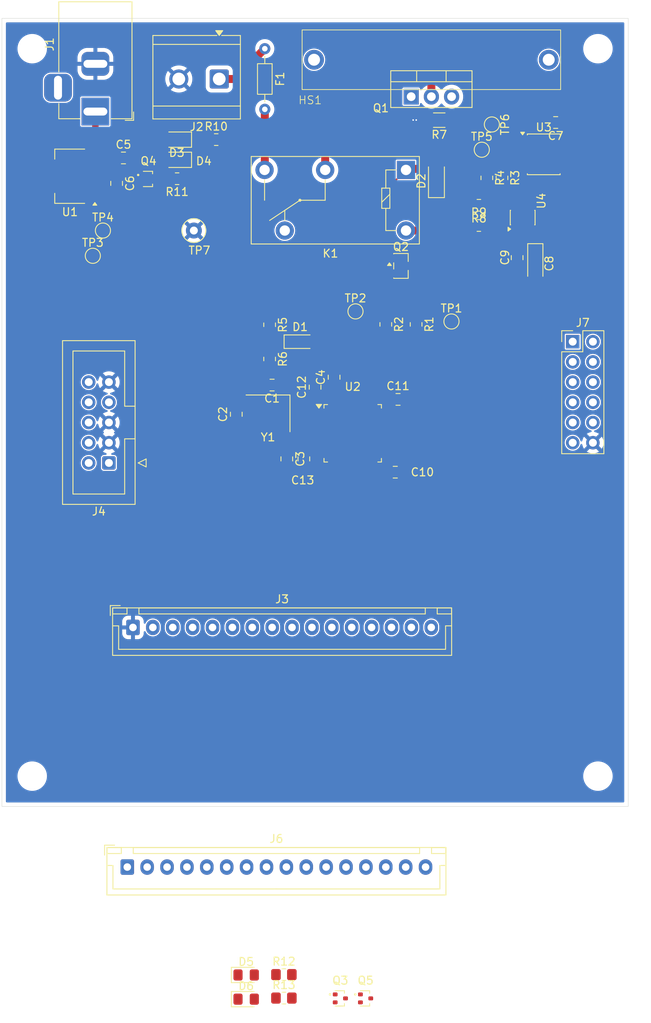
<source format=kicad_pcb>
(kicad_pcb (version 20241229) (generator "pcbnew") (generator_version "9.0")
  (layers (0 "F.Cu" signal) (2 "B.Cu" power) (13 "F.Paste" user) (15 "B.Paste" user) (5 "F.SilkS" user "F.Silkscreen") (7 "B.SilkS" user "B.Silkscreen") (1 "F.Mask" user) (3 "B.Mask" user) (25 "Edge.Cuts" user))
  (net 0 "")
  (net 1 "GND")
  (net 2 "+3.3V")
  (net 3 "+5V")
  (net 4 "/~{RESET}")
  (net 5 "/OSC2")
  (net 6 "/OSC1")
  (net 7 "/D1")
  (net 8 "/D4")
  (net 9 "/E")
  (net 10 "/RS")
  (net 11 "/D0")
  (net 12 "/D5")
  (net 13 "/D6")
  (net 14 "/D2")
  (net 15 "/D7")
  (net 16 "/D3")
  (net 17 "/Vin")
  (net 18 "/SWCLK")
  (net 19 "/SWDIO")
  (net 20 "Net-(Q1-B)")
  (net 21 "/VCC_sense")
  (net 22 "VCC")
  (net 23 "/Vsense")
  (net 24 "/Vctrl")
  (net 25 "Net-(U4-VOUT)")
  (net 26 "/SCL")
  (net 27 "/SDA")
  (net 28 "/EncA")
  (net 29 "/EncSw")
  (net 30 "/EncB")
  (net 31 "/PC15")
  (net 32 "/PC13")
  (net 33 "/PB14")
  (net 34 "Net-(D3-K)")
  (net 35 "/PB12")
  (net 36 "Net-(D4-K)")
  (net 37 "/PB1")
  (net 38 "Net-(D5-K)")
  (net 39 "/PB13")
  (net 40 "/PB15")
  (net 41 "Net-(D6-K)")
  (net 42 "/PA12")
  (net 43 "/PC14")
  (net 44 "/PB7")
  (net 45 "/PB6")
  (net 51 "/Vfuse")
  (net 52 "/OvDetect")
  (net 53 "/LoadEn")
  (net 56 "Net-(D2-A)")
  (net 57 "Net-(R4-Pad2)")
  (net 58 "Net-(R8-Pad2)")
  (net 59 "Net-(Q4-C)")
  (net 60 "Net-(Q3-C)")
  (net 61 "Net-(Q5-C)")
  (footprint "Resistor_SMD:R_0805_2012Metric_Pad1.20x1.40mm_HandSolder" (layer "F.Cu") (at 37.265 70.955 180)
    (property "Reference" "R11" (at 0 -1.65 0) (layer "F.SilkS"))
    (property "Value" "150R")
    (pad "1" smd roundrect (at -1 0 180) (size 1.2 1.4) (layers "F.Cu" "F.Mask" "F.Paste") (roundrect_rratio 0.208333) (net 36 "Net-(D4-K)"))
    (pad "2" smd roundrect (at 1 0 180) (size 1.2 1.4) (layers "F.Cu" "F.Mask" "F.Paste") (roundrect_rratio 0.208333) (net 59 "Net-(Q4-C)"))
  )
  (footprint "Resistor_SMD:R_0805_2012Metric_Pad1.20x1.40mm_HandSolder" (layer "F.Cu") (at 50.69 173.95)
    (property "Reference" "R13" (at 0 -1.65 0) (layer "F.SilkS"))
    (property "Value" "220R")
    (pad "1" smd roundrect (at -1 0) (size 1.2 1.4) (layers "F.Cu" "F.Mask" "F.Paste") (roundrect_rratio 0.208333) (net 41 "Net-(D6-K)"))
    (pad "2" smd roundrect (at 1 0) (size 1.2 1.4) (layers "F.Cu" "F.Mask" "F.Paste") (roundrect_rratio 0.208333) (net 61 "Net-(Q5-C)"))
  )
  (footprint "Capacitor_SMD:C_0805_2012Metric_Pad1.18x1.45mm_HandSolder" (layer "F.Cu") (at 29.6595 71.539 -90)
    (property "Reference" "C6" (at 0 -1.68 90) (layer "F.SilkS"))
    (property "Value" "100nF")
    (pad "1" smd roundrect (at -1.0375 0 270) (size 1.175 1.45) (layers "F.Cu" "F.Mask" "F.Paste") (roundrect_rratio 0.212766) (net 2 "+3.3V"))
    (pad "2" smd roundrect (at 1.0375 0 270) (size 1.175 1.45) (layers "F.Cu" "F.Mask" "F.Paste") (roundrect_rratio 0.212766) (net 1 "GND"))
  )
  (footprint "TestPoint:TestPoint_Pad_D1.5mm" (layer "F.Cu") (at 75.565 67.31)
    (property "Reference" "TP5" (at 0 -1.648 0) (layer "F.SilkS"))
    (property "Value" "TestPoint")
    (pad "1" smd circle (at 0 0) (size 1.5 1.5) (layers "F.Cu" "F.Mask") (net 24 "/Vctrl"))
  )
  (footprint "Connector_PinHeader_2.54mm:PinHeader_2x06_P2.54mm_Vertical" (layer "F.Cu") (at 86.995 91.44)
    (property "Reference" "J7" (at 1.27 -2.38 0) (layer "F.SilkS"))
    (property "Value" "Conn_02x06_Odd_Even")
    (pad "1" thru_hole rect (at 0 0) (size 1.7 1.7) (drill 1) (layers "*.Cu" "*.Mask") (net 43 "/PC14"))
    (pad "2" thru_hole circle (at 2.54 0) (size 1.7 1.7) (drill 1) (layers "*.Cu" "*.Mask") (net 31 "/PC15"))
    (pad "3" thru_hole circle (at 0 2.54) (size 1.7 1.7) (drill 1) (layers "*.Cu" "*.Mask") (net 44 "/PB7"))
    (pad "4" thru_hole circle (at 2.54 2.54) (size 1.7 1.7) (drill 1) (layers "*.Cu" "*.Mask") (net 32 "/PC13"))
    (pad "5" thru_hole circle (at 0 5.08) (size 1.7 1.7) (drill 1) (layers "*.Cu" "*.Mask") (net 42 "/PA12"))
    (pad "6" thru_hole circle (at 2.54 5.08) (size 1.7 1.7) (drill 1) (layers "*.Cu" "*.Mask") (net 45 "/PB6"))
    (pad "7" thru_hole circle (at 0 7.62) (size 1.7 1.7) (drill 1) (layers "*.Cu" "*.Mask") (net 33 "/PB14"))
    (pad "8" thru_hole circle (at 2.54 7.62) (size 1.7 1.7) (drill 1) (layers "*.Cu" "*.Mask") (net 40 "/PB15"))
    (pad "9" thru_hole circle (at 0 10.16) (size 1.7 1.7) (drill 1) (layers "*.Cu" "*.Mask") (net 35 "/PB12"))
    (pad "10" thru_hole circle (at 2.54 10.16) (size 1.7 1.7) (drill 1) (layers "*.Cu" "*.Mask") (net 39 "/PB13"))
    (pad "11" thru_hole circle (at 0 12.7) (size 1.7 1.7) (drill 1) (layers "*.Cu" "*.Mask") (net 37 "/PB1"))
    (pad "12" thru_hole circle (at 2.54 12.7) (size 1.7 1.7) (drill 1) (layers "*.Cu" "*.Mask") (net 1 "GND"))
  )
  (footprint "Connector_IDC:IDC-Header_2x05_P2.54mm_Vertical" (layer "F.Cu") (at 28.6925 106.68 180)
    (property "Reference" "J4" (at 1.27 -6.1 0) (layer "F.SilkS"))
    (property "Value" "SWD Header")
    (pad "1" thru_hole roundrect (at 0 0 180) (size 1.7 1.7) (drill 1) (layers "*.Cu" "*.Mask") (roundrect_rratio 0.147059) (net 2 "+3.3V"))
    (pad "2" thru_hole circle (at 2.54 0 180) (size 1.7 1.7) (drill 1) (layers "*.Cu" "*.Mask") (net 19 "/SWDIO"))
    (pad "3" thru_hole circle (at 0 2.54 180) (size 1.7 1.7) (drill 1) (layers "*.Cu" "*.Mask") (net 1 "GND"))
    (pad "4" thru_hole circle (at 2.54 2.54 180) (size 1.7 1.7) (drill 1) (layers "*.Cu" "*.Mask") (net 18 "/SWCLK"))
    (pad "5" thru_hole circle (at 0 5.08 180) (size 1.7 1.7) (drill 1) (layers "*.Cu" "*.Mask") (net 1 "GND"))
    (pad "6" thru_hole circle (at 2.54 5.08 180) (size 1.7 1.7) (drill 1) (layers "*.Cu" "*.Mask"))
    (pad "7" thru_hole circle (at 0 7.62 180) (size 1.7 1.7) (drill 1) (layers "*.Cu" "*.Mask"))
    (pad "8" thru_hole circle (at 2.54 7.62 180) (size 1.7 1.7) (drill 1) (layers "*.Cu" "*.Mask"))
    (pad "9" thru_hole circle (at 0 10.16 180) (size 1.7 1.7) (drill 1) (layers "*.Cu" "*.Mask") (net 1 "GND"))
    (pad "10" thru_hole circle (at 2.54 10.16 180) (size 1.7 1.7) (drill 1) (layers "*.Cu" "*.Mask") (net 4 "/~{RESET}"))
  )
  (footprint "Resistor_SMD:R_0805_2012Metric_Pad1.20x1.40mm_HandSolder" (layer "F.Cu") (at 78.105 70.85 -90)
    (property "Reference" "R3" (at 0 -1.65 90) (layer "F.SilkS"))
    (property "Value" "10K")
    (pad "1" smd roundrect (at -1 0 270) (size 1.2 1.4) (layers "F.Cu" "F.Mask" "F.Paste") (roundrect_rratio 0.208333) (net 24 "/Vctrl"))
    (pad "2" smd roundrect (at 1 0 270) (size 1.2 1.4) (layers "F.Cu" "F.Mask" "F.Paste") (roundrect_rratio 0.208333) (net 1 "GND"))
  )
  (footprint "TerminalBlock_CUI:TerminalBlock_CUI_TB007-508-02_1x02_P5.08mm_Horizontal" (layer "F.Cu") (at 42.56 58.42 180)
    (property "Reference" "J2" (at 2.84 -6.02 180) (layer "F.SilkS"))
    (property "Value" "Input")
    (pad "1" thru_hole roundrect (at 0 0 180) (size 2.4 2.4) (drill 1.6) (layers "*.Cu" "*.Mask") (roundrect_rratio 0.104167) (net 17 "/Vin"))
    (pad "2" thru_hole circle (at 5.08 0 180) (size 2.4 2.4) (drill 1.6) (layers "*.Cu" "*.Mask") (net 1 "GND"))
  )
  (footprint "eload:XSD1226-362" (layer "F.Cu") (at 69.23 56)
    (property "Reference" "HS1" (at -15.24 5.08 0) (layer "F.SilkS") (effects (font (thickness 0.1))))
    (property "Value" "Heatsink")
    (pad "" np_thru_hole circle (at -14.75 0) (size 2.5 2.5) (drill 1.5) (layers "*.Cu" "*.Mask"))
    (pad "" np_thru_hole circle (at 14.75 0) (size 2.5 2.5) (drill 1.5) (layers "*.Cu" "*.Mask"))
  )
  (footprint "Package_TO_SOT_SMD:SOT-23-3" (layer "F.Cu") (at 65.405 81.915)
    (property "Reference" "Q2" (at 0 -2.4 0) (layer "F.SilkS"))
    (property "Value" "HL 40N05")
    (pad "1" smd roundrect (at -1.1375 -0.95) (size 1.325 0.6) (layers "F.Cu" "F.Mask" "F.Paste") (net 56 "Net-(D2-A)"))
    (pad "2" smd roundrect (at -1.1375 0.95) (size 1.325 0.6) (layers "F.Cu" "F.Mask" "F.Paste") (net 53 "/LoadEn"))
    (pad "3" smd roundrect (at 1.1375 0) (size 1.325 0.6) (layers "F.Cu" "F.Mask" "F.Paste") (net 1 "GND"))
  )
  (footprint "MountingHole:MountingHole_3.2mm_M3_DIN965" (layer "F.Cu") (at 90.17 54.61)
    (property "Reference" "H2" (hide yes))
    (property "Value" "MountingHole" (hide yes))
    (pad "" np_thru_hole circle (at 0 0) (size 3.2 3.2) (drill 3.2) (layers "*.Cu" "*.Mask"))
  )
  (footprint "Resistor_SMD:R_0805_2012Metric_Pad1.20x1.40mm_HandSolder" (layer "F.Cu") (at 48.895 89.313 -90)
    (property "Reference" "R5" (at 0 -1.65 90) (layer "F.SilkS"))
    (property "Value" "40K")
    (pad "1" smd roundrect (at -1 0 270) (size 1.2 1.4) (layers "F.Cu" "F.Mask" "F.Paste") (roundrect_rratio 0.208333) (net 22 "VCC"))
    (pad "2" smd roundrect (at 1 0 270) (size 1.2 1.4) (layers "F.Cu" "F.Mask" "F.Paste") (roundrect_rratio 0.208333) (net 23 "/Vsense"))
  )
  (footprint "Connector_JST:JST_XH_B16B-XH-A_1x16_P2.50mm_Vertical" (layer "F.Cu") (at 31 157.48)
    (property "Reference" "J6" (at 18.75 -3.55 0) (layer "F.SilkS"))
    (property "Value" "JST Header")
    (pad "1" thru_hole roundrect (at 0 0) (size 1.7 1.95) (drill 0.95) (layers "*.Cu" "*.Mask") (roundrect_rratio 0.147059) (net 1 "GND"))
    (pad "2" thru_hole oval (at 2.5 0) (size 1.7 1.95) (drill 0.95) (layers "*.Cu" "*.Mask") (net 30 "/EncB"))
    (pad "3" thru_hole oval (at 5 0) (size 1.7 1.95) (drill 0.95) (layers "*.Cu" "*.Mask") (net 28 "/EncA"))
    (pad "4" thru_hole oval (at 7.5 0) (size 1.7 1.95) (drill 0.95) (layers "*.Cu" "*.Mask") (net 29 "/EncSw"))
    (pad "5" thru_hole oval (at 10 0) (size 1.7 1.95) (drill 0.95) (layers "*.Cu" "*.Mask"))
    (pad "6" thru_hole oval (at 12.5 0) (size 1.7 1.95) (drill 0.95) (layers "*.Cu" "*.Mask") (net 52 "/OvDetect"))
    (pad "7" thru_hole oval (at 15 0) (size 1.7 1.95) (drill 0.95) (layers "*.Cu" "*.Mask") (net 53 "/LoadEn"))
    (pad "8" thru_hole oval (at 17.5 0) (size 1.7 1.95) (drill 0.95) (layers "*.Cu" "*.Mask") (net 10 "/RS"))
    (pad "9" thru_hole oval (at 20 0) (size 1.7 1.95) (drill 0.95) (layers "*.Cu" "*.Mask") (net 9 "/E"))
    (pad "10" thru_hole oval (at 22.5 0) (size 1.7 1.95) (drill 0.95) (layers "*.Cu" "*.Mask") (net 11 "/D0"))
    (pad "11" thru_hole oval (at 25 0) (size 1.7 1.95) (drill 0.95) (layers "*.Cu" "*.Mask") (net 7 "/D1"))
    (pad "12" thru_hole oval (at 27.5 0) (size 1.7 1.95) (drill 0.95) (layers "*.Cu" "*.Mask") (net 14 "/D2"))
    (pad "13" thru_hole oval (at 30 0) (size 1.7 1.95) (drill 0.95) (layers "*.Cu" "*.Mask") (net 16 "/D3"))
    (pad "14" thru_hole oval (at 32.5 0) (size 1.7 1.95) (drill 0.95) (layers "*.Cu" "*.Mask") (net 8 "/D4"))
    (pad "15" thru_hole oval (at 35 0) (size 1.7 1.95) (drill 0.95) (layers "*.Cu" "*.Mask") (net 12 "/D5"))
    (pad "16" thru_hole oval (at 37.5 0) (size 1.7 1.95) (drill 0.95) (layers "*.Cu" "*.Mask") (net 13 "/D6"))
  )
  (footprint "LED_SMD:LED_0805_2012Metric_Pad1.15x1.40mm_HandSolder" (layer "F.Cu") (at 37.22 66.04 180)
    (property "Reference" "D3" (at 0 -1.65 0) (layer "F.SilkS"))
    (property "Value" "17-215/GHC-YR1S2/4T")
    (pad "1" smd roundrect (at -1.025 0 180) (size 1.15 1.4) (layers "F.Cu" "F.Mask" "F.Paste") (roundrect_rratio 0.217391) (net 34 "Net-(D3-K)"))
    (pad "2" smd roundrect (at 1.025 0 180) (size 1.15 1.4) (layers "F.Cu" "F.Mask" "F.Paste") (roundrect_rratio 0.217391) (net 3 "+5V"))
  )
  (footprint "Package_TO_SOT_THT:TO-220-3_Vertical" (layer "F.Cu") (at 66.69 60.64)
    (property "Reference" "Q1" (at -3.81 1.446 0) (layer "F.SilkS"))
    (property "Value" "TIP122")
    (pad "1" thru_hole rect (at 0 0) (size 1.905 2) (drill 1.1) (layers "*.Cu" "*.Mask") (net 20 "Net-(Q1-B)"))
    (pad "2" thru_hole oval (at 2.54 0) (size 1.905 2) (drill 1.1) (layers "*.Cu" "*.Mask") (net 22 "VCC"))
    (pad "3" thru_hole oval (at 5.08 0) (size 1.905 2) (drill 1.1) (layers "*.Cu" "*.Mask") (net 21 "/VCC_sense"))
  )
  (footprint "Capacitor_SMD:C_0805_2012Metric_Pad1.18x1.45mm_HandSolder" (layer "F.Cu") (at 80.01 80.8775 -90)
    (property "Reference" "C9" (at -0.0215 1.524 90) (layer "F.SilkS"))
    (property "Value" "100nF")
    (pad "1" smd roundrect (at -1.0375 0 270) (size 1.175 1.45) (layers "F.Cu" "F.Mask" "F.Paste") (roundrect_rratio 0.212766) (net 2 "+3.3V"))
    (pad "2" smd roundrect (at 1.0375 0 270) (size 1.175 1.45) (layers "F.Cu" "F.Mask" "F.Paste") (roundrect_rratio 0.212766) (net 1 "GND"))
  )
  (footprint "LED_SMD:LED_0805_2012Metric_Pad1.15x1.40mm_HandSolder" (layer "F.Cu") (at 37.22 68.58 180)
    (property "Reference" "D4" (at -3.4 -0.165 0) (layer "F.SilkS"))
    (property "Value" "17-215/GHC-YR1S2/4T")
    (pad "1" smd roundrect (at -1.025 0 180) (size 1.15 1.4) (layers "F.Cu" "F.Mask" "F.Paste") (roundrect_rratio 0.217391) (net 36 "Net-(D4-K)"))
    (pad "2" smd roundrect (at 1.025 0 180) (size 1.15 1.4) (layers "F.Cu" "F.Mask" "F.Paste") (roundrect_rratio 0.217391) (net 3 "+5V"))
  )
  (footprint "TestPoint:TestPoint_Pad_D1.5mm" (layer "F.Cu") (at 27.94 77.47)
    (property "Reference" "TP4" (at 0 -1.648 0) (layer "F.SilkS"))
    (property "Value" "TestPoint")
    (pad "1" smd circle (at 0 0) (size 1.5 1.5) (layers "F.Cu" "F.Mask") (net 2 "+3.3V"))
  )
  (footprint "Relay_THT:Relay_SPDT_Omron-G5Q-1" (layer "F.Cu") (at 66.04 69.85 180)
    (property "Reference" "K1" (at 9.5 -10.5 0) (layer "F.SilkS"))
    (property "Value" "G5Q-1")
    (pad "1" thru_hole rect (at 0 0) (size 2.3 2.3) (drill 1.3) (layers "*.Cu" "*.Mask") (net 56 "Net-(D2-A)"))
    (pad "2" thru_hole circle (at 10.16 0) (size 2.3 2.3) (drill 1.3) (layers "*.Cu" "*.Mask") (net 22 "VCC"))
    (pad "3" thru_hole circle (at 17.78 0) (size 2.3 2.3) (drill 1.3) (layers "*.Cu" "*.Mask") (net 51 "/Vfuse"))
    (pad "4" thru_hole circle (at 15.24 -7.62) (size 2.3 2.3) (drill 1.3) (layers "*.Cu" "*.Mask"))
    (pad "5" thru_hole circle (at 0 -7.62) (size 2.3 2.3) (drill 1.3) (layers "*.Cu" "*.Mask") (net 3 "+5V"))
  )
  (footprint "Resistor_SMD:R_1206_3216Metric_Pad1.30x1.75mm_HandSolder" (layer "F.Cu") (at 70.22 63.592 180)
    (property "Reference" "R7" (at 0 -1.83 0) (layer "F.SilkS"))
    (property "Value" "0.1R")
    (pad "1" smd roundrect (at -1.55 0 180) (size 1.3 1.75) (layers "F.Cu" "F.Mask" "F.Paste") (roundrect_rratio 0.192308) (net 21 "/VCC_sense"))
    (pad "2" smd roundrect (at 1.55 0 180) (size 1.3 1.75) (layers "F.Cu" "F.Mask" "F.Paste") (roundrect_rratio 0.192308) (net 1 "GND"))
  )
  (footprint "Capacitor_SMD:C_0805_2012Metric_Pad1.18x1.45mm_HandSolder" (layer "F.Cu") (at 54.61 97.155 90)
    (property "Reference" "C12" (at 0 -1.68 90) (layer "F.SilkS"))
    (property "Value" "100nF")
    (pad "1" smd roundrect (at -1.0375 0 90) (size 1.175 1.45) (layers "F.Cu" "F.Mask" "F.Paste") (roundrect_rratio 0.212766) (net 2 "+3.3V"))
    (pad "2" smd roundrect (at 1.0375 0 90) (size 1.175 1.45) (layers "F.Cu" "F.Mask" "F.Paste") (roundrect_rratio 0.212766) (net 1 "GND"))
  )
  (footprint "Resistor_SMD:R_0805_2012Metric_Pad1.20x1.40mm_HandSolder" (layer "F.Cu") (at 63.5 89.265 -90)
    (property "Reference" "R2" (at 0 -1.65 90) (layer "F.SilkS"))
    (property "Value" "10K")
    (pad "1" smd roundrect (at -1 0 270) (size 1.2 1.4) (layers "F.Cu" "F.Mask" "F.Paste") (roundrect_rratio 0.208333) (net 2 "+3.3V"))
    (pad "2" smd roundrect (at 1 0 270) (size 1.2 1.4) (layers "F.Cu" "F.Mask" "F.Paste") (roundrect_rratio 0.208333) (net 27 "/SDA"))
  )
  (footprint "Capacitor_SMD:C_0805_2012Metric_Pad1.18x1.45mm_HandSolder" (layer "F.Cu") (at 30.52 68.343)
    (property "Reference" "C5" (at 0 -1.68 0) (layer "F.SilkS"))
    (property "Value" "100nF")
    (pad "1" smd roundrect (at -1.0375 0) (size 1.175 1.45) (layers "F.Cu" "F.Mask" "F.Paste") (roundrect_rratio 0.212766) (net 3 "+5V"))
    (pad "2" smd roundrect (at 1.0375 0) (size 1.175 1.45) (layers "F.Cu" "F.Mask" "F.Paste") (roundrect_rratio 0.212766) (net 1 "GND"))
  )
  (footprint "Resistor_SMD:R_0805_2012Metric_Pad1.20x1.40mm_HandSolder" (layer "F.Cu") (at 76.2 70.85 -90)
    (property "Reference" "R4" (at 0 -1.65 90) (layer "F.SilkS"))
    (property "Value" "10K")
    (pad "1" smd roundrect (at -1 0 270) (size 1.2 1.4) (layers "F.Cu" "F.Mask" "F.Paste") (roundrect_rratio 0.208333) (net 24 "/Vctrl"))
    (pad "2" smd roundrect (at 1 0 270) (size 1.2 1.4) (layers "F.Cu" "F.Mask" "F.Paste") (roundrect_rratio 0.208333) (net 57 "Net-(R4-Pad2)"))
  )
  (footprint "Capacitor_Tantalum_SMD:CP_EIA-3216-18_Kemet-A_HandSolder" (layer "F.Cu") (at 82.296 81.618 -90)
    (property "Reference" "C8" (at 0 -1.75 90) (layer "F.SilkS"))
    (property "Value" "10uF")
    (pad "1" smd roundrect (at -1.44 0 270) (size 1.59 1.39) (layers "F.Cu" "F.Mask" "F.Paste") (roundrect_rratio 0.179856) (net 2 "+3.3V"))
    (pad "2" smd roundrect (at 1.44 0 270) (size 1.59 1.39) (layers "F.Cu" "F.Mask" "F.Paste") (roundrect_rratio 0.179856) (net 1 "GND"))
  )
  (footprint "Capacitor_SMD:C_0805_2012Metric_Pad1.18x1.45mm_HandSolder" (layer "F.Cu") (at 84.855 63.89 180)
    (property "Reference" "C7" (at 0 -1.68 0) (layer "F.SilkS"))
    (property "Value" "100nF")
    (pad "1" smd roundrect (at -1.0375 0 180) (size 1.175 1.45) (layers "F.Cu" "F.Mask" "F.Paste") (roundrect_rratio 0.212766) (net 3 "+5V"))
    (pad "2" smd roundrect (at 1.0375 0 180) (size 1.175 1.45) (layers "F.Cu" "F.Mask" "F.Paste") (roundrect_rratio 0.212766) (net 1 "GND"))
  )
  (footprint "Package_TO_SOT_SMD:SOT-223" (layer "F.Cu") (at 23.7925 70.643 180)
    (property "Reference" "U1" (at 0 -4.5 0) (layer "F.SilkS"))
    (property "Value" "LM1117DT-3.3")
    (pad "1" smd roundrect (at -3.15 -2.3 180) (size 2 1.5) (layers "F.Cu" "F.Mask" "F.Paste") (net 1 "GND"))
    (pad "2" smd roundrect (at -3.15 0 180) (size 2 1.5) (layers "F.Cu" "F.Mask" "F.Paste") (net 2 "+3.3V"))
    (pad "3" smd roundrect (at -3.15 2.3 180) (size 2 1.5) (layers "F.Cu" "F.Mask" "F.Paste") (net 3 "+5V"))
    (pad "4" smd roundrect (at 3.15 0 180) (size 2 3.8) (layers "F.Cu" "F.Mask" "F.Paste"))
  )
  (footprint "Package_TO_SOT_SMD:SOT-23-6" (layer "F.Cu") (at 80.706 75.8405 90)
    (property "Reference" "U4" (at 2.0965 2.352 90) (layer "F.SilkS"))
    (property "Value" "MCP4725")
    (pad "1" smd roundrect (at -1.1375 -0.95 90) (size 1.325 0.6) (layers "F.Cu" "F.Mask" "F.Paste") (net 25 "Net-(U4-VOUT)"))
    (pad "2" smd roundrect (at -1.1375 0 90) (size 1.325 0.6) (layers "F.Cu" "F.Mask" "F.Paste") (net 1 "GND"))
    (pad "3" smd roundrect (at -1.1375 0.95 90) (size 1.325 0.6) (layers "F.Cu" "F.Mask" "F.Paste") (net 2 "+3.3V"))
    (pad "4" smd roundrect (at 1.1375 0.95 90) (size 1.325 0.6) (layers "F.Cu" "F.Mask" "F.Paste") (net 27 "/SDA"))
    (pad "5" smd roundrect (at 1.1375 0 90) (size 1.325 0.6) (layers "F.Cu" "F.Mask" "F.Paste") (net 26 "/SCL"))
    (pad "6" smd roundrect (at 1.1375 -0.95 90) (size 1.325 0.6) (layers "F.Cu" "F.Mask" "F.Paste") (net 1 "GND"))
  )
  (footprint "TestPoint:TestPoint_Pad_D1.5mm" (layer "F.Cu") (at 59.69 87.63)
    (property "Reference" "TP2" (at 0 -1.648 0) (layer "F.SilkS"))
    (property "Value" "TestPoint")
    (pad "1" smd circle (at 0 0) (size 1.5 1.5) (layers "F.Cu" "F.Mask") (net 27 "/SDA"))
  )
  (footprint "Resistor_SMD:R_0805_2012Metric_Pad1.20x1.40mm_HandSolder" (layer "F.Cu") (at 50.69 171)
    (property "Reference" "R12" (at 0 -1.65 0) (layer "F.SilkS"))
    (property "Value" "220R")
    (pad "1" smd roundrect (at -1 0) (size 1.2 1.4) (layers "F.Cu" "F.Mask" "F.Paste") (roundrect_rratio 0.208333) (net 38 "Net-(D5-K)"))
    (pad "2" smd roundrect (at 1 0) (size 1.2 1.4) (layers "F.Cu" "F.Mask" "F.Paste") (roundrect_rratio 0.208333) (net 60 "Net-(Q3-C)"))
  )
  (footprint "Crystal:Crystal_SMD_3225-4Pin_3.2x2.5mm_HandSoldering" (layer "F.Cu") (at 48.694 100.45 180)
    (property "Reference" "Y1" (at 0 -3 0) (layer "F.SilkS"))
    (property "Value" "16MHz")
    (pad "1" smd roundrect (at -1.45 1.15 180) (size 2.1 1.8) (layers "F.Cu" "F.Mask" "F.Paste") (roundrect_rratio 0.138889) (net 6 "/OSC1"))
    (pad "2" smd roundrect (at 1.45 1.15 180) (size 2.1 1.8) (layers "F.Cu" "F.Mask" "F.Paste") (roundrect_rratio 0.138889) (net 1 "GND"))
    (pad "3" smd roundrect (at 1.45 -1.15 180) (size 2.1 1.8) (layers "F.Cu" "F.Mask" "F.Paste") (roundrect_rratio 0.138889) (net 5 "/OSC2"))
    (pad "4" smd roundrect (at -1.45 -1.15 180) (size 2.1 1.8) (layers "F.Cu" "F.Mask" "F.Paste") (roundrect_rratio 0.138889) (net 1 "GND"))
  )
  (footprint "Capacitor_SMD:C_0805_2012Metric_Pad1.18x1.45mm_HandSolder" (layer "F.Cu") (at 65.0375 98.694)
    (property "Reference" "C11" (at 0 -1.68 0) (layer "F.SilkS"))
    (property "Value" "100nF")
    (pad "1" smd roundrect (at -1.0375 0) (size 1.175 1.45) (layers "F.Cu" "F.Mask" "F.Paste") (roundrect_rratio 0.212766) (net 2 "+3.3V"))
    (pad "2" smd roundrect (at 1.0375 0) (size 1.175 1.45) (layers "F.Cu" "F.Mask" "F.Paste") (roundrect_rratio 0.212766) (net 1 "GND"))
  )
  (footprint "Resistor_SMD:R_0805_2012Metric_Pad1.20x1.40mm_HandSolder" (layer "F.Cu") (at 75.2 76.835)
    (property "Reference" "R9" (at 0 -1.65 0) (layer "F.SilkS"))
    (property "Value" "40K")
    (pad "1" smd roundrect (at -1 0) (size 1.2 1.4) (layers "F.Cu" "F.Mask" "F.Paste") (roundrect_rratio 0.208333) (net 58 "Net-(R8-Pad2)"))
    (pad "2" smd roundrect (at 1 0) (size 1.2 1.4) (layers "F.Cu" "F.Mask" "F.Paste") (roundrect_rratio 0.208333) (net 25 "Net-(U4-VOUT)"))
  )
  (footprint "Capacitor_SMD:C_0805_2012Metric_Pad1.18x1.45mm_HandSolder" (layer "F.Cu") (at 49.202 96.894 180)
    (property "Reference" "C1" (at 0 -1.68 0) (layer "F.SilkS"))
    (property "Value" "20pF")
    (pad "1" smd roundrect (at -1.0375 0 180) (size 1.175 1.45) (layers "F.Cu" "F.Mask" "F.Paste") (roundrect_rratio 0.212766) (net 6 "/OSC1"))
    (pad "2" smd roundrect (at 1.0375 0 180) (size 1.175 1.45) (layers "F.Cu" "F.Mask" "F.Paste") (roundrect_rratio 0.212766) (net 1 "GND"))
  )
  (footprint "TestPoint:TestPoint_Pad_D1.5mm" (layer "F.Cu") (at 26.67 80.645)
    (property "Reference" "TP3" (at 0 -1.648 0) (layer "F.SilkS"))
    (property "Value" "TestPoint")
    (pad "1" smd circle (at 0 0) (size 1.5 1.5) (layers "F.Cu" "F.Mask") (net 3 "+5V"))
  )
  (footprint "Connector_JST:JST_XH_B16B-XH-A_1x16_P2.50mm_Vertical" (layer "F.Cu") (at 31.715 127.36)
    (property "Reference" "J3" (at 18.75 -3.55 0) (layer "F.SilkS"))
    (property "Value" "JST Header")
    (pad "1" thru_hole roundrect (at 0 0) (size 1.7 1.95) (drill 0.95) (layers "*.Cu" "*.Mask") (roundrect_rratio 0.147059) (net 1 "GND"))
    (pad "2" thru_hole oval (at 2.5 0) (size 1.7 1.95) (drill 0.95) (layers "*.Cu" "*.Mask") (net 30 "/EncB"))
    (pad "3" thru_hole oval (at 5 0) (size 1.7 1.95) (drill 0.95) (layers "*.Cu" "*.Mask") (net 28 "/EncA"))
    (pad "4" thru_hole oval (at 7.5 0) (size 1.7 1.95) (drill 0.95) (layers "*.Cu" "*.Mask") (net 29 "/EncSw"))
    (pad "5" thru_hole oval (at 10 0) (size 1.7 1.95) (drill 0.95) (layers "*.Cu" "*.Mask"))
    (pad "6" thru_hole oval (at 12.5 0) (size 1.7 1.95) (drill 0.95) (layers "*.Cu" "*.Mask") (net 52 "/OvDetect"))
    (pad "7" thru_hole oval (at 15 0) (size 1.7 1.95) (drill 0.95) (layers "*.Cu" "*.Mask") (net 53 "/LoadEn"))
    (pad "8" thru_hole oval (at 17.5 0) (size 1.7 1.95) (drill 0.95) (layers "*.Cu" "*.Mask") (net 10 "/RS"))
    (pad "9" thru_hole oval (at 20 0) (size 1.7 1.95) (drill 0.95) (layers "*.Cu" "*.Mask") (net 9 "/E"))
    (pad "10" thru_hole oval (at 22.5 0) (size 1.7 1.95) (drill 0.95) (layers "*.Cu" "*.Mask") (net 11 "/D0"))
    (pad "11" thru_hole oval (at 25 0) (size 1.7 1.95) (drill 0.95) (layers "*.Cu" "*.Mask") (net 7 "/D1"))
    (pad "12" thru_hole oval (at 27.5 0) (size 1.7 1.95) (drill 0.95) (layers "*.Cu" "*.Mask") (net 14 "/D2"))
    (pad "13" thru_hole oval (at 30 0) (size 1.7 1.95) (drill 0.95) (layers "*.Cu" "*.Mask") (net 16 "/D3"))
    (pad "14" thru_hole oval (at 32.5 0) (size 1.7 1.95) (drill 0.95) (layers "*.Cu" "*.Mask") (net 8 "/D4"))
    (pad "15" thru_hole oval (at 35 0) (size 1.7 1.95) (drill 0.95) (layers "*.Cu" "*.Mask") (net 12 "/D5"))
    (pad "16" thru_hole oval (at 37.5 0) (size 1.7 1.95) (drill 0.95) (layers "*.Cu" "*.Mask") (net 13 "/D6"))
  )
  (footprint "Package_TO_SOT_SMD:SOT-416" (layer "F.Cu") (at 60.96 173.99)
    (property "Reference" "Q5" (at 0 -2.25 0) (layer "F.SilkS"))
    (property "Value" "DTC043Z")
    (pad "1" smd roundrect (at -0.65 -0.5) (size 0.6 0.5) (layers "F.Cu" "F.Mask" "F.Paste") (net 53 "/LoadEn"))
    (pad "2" smd roundrect (at -0.65 0.5) (size 0.6 0.5) (layers "F.Cu" "F.Mask" "F.Paste") (net 1 "GND"))
    (pad "3" smd roundrect (at 0.65 0) (size 0.6 0.5) (layers "F.Cu" "F.Mask" "F.Paste") (net 61 "Net-(Q5-C)"))
  )
  (footprint "Package_SO:JEITA_SOIC-8_3.9x4.9mm_P1.27mm" (layer "F.Cu") (at 83.355 67.89)
    (property "Reference" "U3" (at 0 -3.4 0) (layer "F.SilkS"))
    (property "Value" "AD8629")
    (pad "1" smd roundrect (at -2.65 -1.905) (size 1.5 0.55) (layers "F.Cu" "F.Mask" "F.Paste") (net 20 "Net-(Q1-B)"))
    (pad "2" smd roundrect (at -2.65 -0.635) (size 1.5 0.55) (layers "F.Cu" "F.Mask" "F.Paste") (net 21 "/VCC_sense"))
    (pad "3" smd roundrect (at -2.65 0.635) (size 1.5 0.55) (layers "F.Cu" "F.Mask" "F.Paste") (net 24 "/Vctrl"))
    (pad "4" smd roundrect (at -2.65 1.905) (size 1.5 0.55) (layers "F.Cu" "F.Mask" "F.Paste") (net 1 "GND"))
    (pad "5" smd roundrect (at 2.65 1.905) (size 1.5 0.55) (layers "F.Cu" "F.Mask" "F.Paste"))
    (pad "6" smd roundrect (at 2.65 0.635) (size 1.5 0.55) (layers "F.Cu" "F.Mask" "F.Paste"))
    (pad "7" smd roundrect (at 2.65 -0.635) (size 1.5 0.55) (layers "F.Cu" "F.Mask" "F.Paste"))
    (pad "8" smd roundrect (at 2.65 -1.905) (size 1.5 0.55) (layers "F.Cu" "F.Mask" "F.Paste") (net 3 "+5V"))
  )
  (footprint "MountingHole:MountingHole_3.2mm_M3_DIN965" (layer "F.Cu") (at 19.05 146.05)
    (property "Reference" "H3" (hide yes))
    (property "Value" "MountingHole" (hide yes))
    (pad "" np_thru_hole circle (at 0 0) (size 3.2 3.2) (drill 3.2) (layers "*.Cu" "*.Mask"))
  )
  (footprint "TestPoint:TestPoint_Loop_D1.80mm_Drill1.0mm_Beaded" (layer "F.Cu") (at 39.37 77.47)
    (property "Reference" "TP7" (at 0.7 2.5 0) (layer "F.SilkS"))
    (property "Value" "TestPoint")
    (pad "1" thru_hole circle (at 0 0) (size 2 2) (drill 1) (layers "*.Cu" "*.Mask") (net 1 "GND"))
  )
  (footprint "Resistor_SMD:R_0805_2012Metric_Pad1.20x1.40mm_HandSolder" (layer "F.Cu") (at 42.18 66.04)
    (property "Reference" "R10" (at 0 -1.65 0) (layer "F.SilkS"))
    (property "Value" "150R")
    (pad "1" smd roundrect (at -1 0) (size 1.2 1.4) (layers "F.Cu" "F.Mask" "F.Paste") (roundrect_rratio 0.208333) (net 34 "Net-(D3-K)"))
    (pad "2" smd roundrect (at 1 0) (size 1.2 1.4) (layers "F.Cu" "F.Mask" "F.Paste") (roundrect_rratio 0.208333) (net 1 "GND"))
  )
  (footprint "Diode_SMD:D_SOD-323_HandSoldering" (layer "F.Cu") (at 52.725 91.44)
    (property "Reference" "D1" (at 0 -1.85 0) (layer "F.SilkS"))
    (property "Value" "BZT52C3V3S")
    (pad "1" smd roundrect (at -1.25 0) (size 1 1) (layers "F.Cu" "F.Mask" "F.Paste") (net 23 "/Vsense"))
    (pad "2" smd roundrect (at 1.25 0) (size 1 1) (layers "F.Cu" "F.Mask" "F.Paste") (net 1 "GND"))
  )
  (footprint "TestPoint:TestPoint_Pad_D1.5mm" (layer "F.Cu") (at 76.835 64.135 -90)
    (property "Reference" "TP6" (at 0 -1.648 90) (layer "F.SilkS"))
    (property "Value" "TestPoint")
    (pad "1" smd circle (at 0 0 270) (size 1.5 1.5) (layers "F.Cu" "F.Mask") (net 21 "/VCC_sense"))
  )
  (footprint "Capacitor_SMD:C_0805_2012Metric_Pad1.18x1.45mm_HandSolder" (layer "F.Cu") (at 64.6875 107.844)
    (property "Reference" "C10" (at 3.4125 0 0) (layer "F.SilkS"))
    (property "Value" "100nF")
    (pad "1" smd roundrect (at -1.0375 0) (size 1.175 1.45) (layers "F.Cu" "F.Mask" "F.Paste") (roundrect_rratio 0.212766) (net 2 "+3.3V"))
    (pad "2" smd roundrect (at 1.0375 0) (size 1.175 1.45) (layers "F.Cu" "F.Mask" "F.Paste") (roundrect_rratio 0.212766) (net 1 "GND"))
  )
  (footprint "MountingHole:MountingHole_3.2mm_M3_DIN965" (layer "F.Cu") (at 90.17 146.05)
    (property "Reference" "H4" (hide yes))
    (property "Value" "MountingHole" (hide yes))
    (pad "" np_thru_hole circle (at 0 0) (size 3.2 3.2) (drill 3.2) (layers "*.Cu" "*.Mask"))
  )
  (footprint "TestPoint:TestPoint_Pad_D1.5mm" (layer "F.Cu") (at 71.755 88.9)
    (property "Reference" "TP1" (at 0 -1.648 0) (layer "F.SilkS"))
    (property "Value" "TestPoint")
    (pad "1" smd circle (at 0 0) (size 1.5 1.5) (layers "F.Cu" "F.Mask") (net 26 "/SCL"))
  )
  (footprint "MountingHole:MountingHole_3.2mm_M3_DIN965" (layer "F.Cu") (at 19.05 54.61)
    (property "Reference" "H1" (hide yes))
    (property "Value" "MountingHole" (hide yes))
    (pad "" np_thru_hole circle (at 0 0) (size 3.2 3.2) (drill 3.2) (layers "*.Cu" "*.Mask"))
  )
  (footprint "Capacitor_SMD:C_0805_2012Metric_Pad1.18x1.45mm_HandSolder" (layer "F.Cu") (at 44.704 100.5625 90)
    (property "Reference" "C2" (at 0 -1.68 90) (layer "F.SilkS"))
    (property "Value" "20pF")
    (pad "1" smd roundrect (at -1.0375 0 90) (size 1.175 1.45) (layers "F.Cu" "F.Mask" "F.Paste") (roundrect_rratio 0.212766) (net 5 "/OSC2"))
    (pad "2" smd roundrect (at 1.0375 0 90) (size 1.175 1.45) (layers "F.Cu" "F.Mask" "F.Paste") (roundrect_rratio 0.212766) (net 1 "GND"))
  )
  (footprint "Capacitor_SMD:C_0805_2012Metric_Pad1.18x1.45mm_HandSolder" (layer "F.Cu") (at 51.054 106.172 -90)
    (property "Reference" "C3" (at 0 -1.68 90) (layer "F.SilkS"))
    (property "Value" "100nF")
    (pad "1" smd roundrect (at -1.0375 0 270) (size 1.175 1.45) (layers "F.Cu" "F.Mask" "F.Paste") (roundrect_rratio 0.212766) (net 4 "/~{RESET}"))
    (pad "2" smd roundrect (at 1.0375 0 270) (size 1.175 1.45) (layers "F.Cu" "F.Mask" "F.Paste") (roundrect_rratio 0.212766) (net 1 "GND"))
  )
  (footprint "LED_SMD:LED_0805_2012Metric_Pad1.15x1.40mm_HandSolder" (layer "F.Cu") (at 45.945 174.085)
    (property "Reference" "D6" (at 0 -1.65 0) (layer "F.SilkS"))
    (property "Value" "17-215/GHC-YR1S2/4T")
    (pad "1" smd roundrect (at -1.025 0) (size 1.15 1.4) (layers "F.Cu" "F.Mask" "F.Paste") (roundrect_rratio 0.217391) (net 41 "Net-(D6-K)"))
    (pad "2" smd roundrect (at 1.025 0) (size 1.15 1.4) (layers "F.Cu" "F.Mask" "F.Paste") (roundrect_rratio 0.217391) (net 3 "+5V"))
  )
  (footprint "Resistor_THT:R_Axial_DIN0204_L3.6mm_D1.6mm_P7.62mm_Horizontal" (layer "F.Cu") (at 48.29 54.61 -90)
    (property "Reference" "F1" (at 3.81 -1.92 90) (layer "F.SilkS"))
    (property "Value" "1.5A")
    (pad "1" thru_hole circle (at 0 0 270) (size 1.4 1.4) (drill 0.7) (layers "*.Cu" "*.Mask") (net 17 "/Vin"))
    (pad "2" thru_hole circle (at 7.62 0 270) (size 1.4 1.4) (drill 0.7) (layers "*.Cu" "*.Mask") (net 51 "/Vfuse"))
  )
  (footprint "Resistor_SMD:R_0805_2012Metric_Pad1.20x1.40mm_HandSolder" (layer "F.Cu") (at 67.31 89.265 -90)
    (property "Reference" "R1" (at 0 -1.65 90) (layer "F.SilkS"))
    (property "Value" "10K")
    (pad "1" smd roundrect (at -1 0 270) (size 1.2 1.4) (layers "F.Cu" "F.Mask" "F.Paste") (roundrect_rratio 0.208333) (net 2 "+3.3V"))
    (pad "2" smd roundrect (at 1 0 270) (size 1.2 1.4) (layers "F.Cu" "F.Mask" "F.Paste") (roundrect_rratio 0.208333) (net 26 "/SCL"))
  )
  (footprint "LED_SMD:LED_0805_2012Metric_Pad1.15x1.40mm_HandSolder" (layer "F.Cu") (at 45.945 171.045)
    (property "Reference" "D5" (at 0 -1.65 0) (layer "F.SilkS"))
    (property "Value" "17-215/GHC-YR1S2/4T")
    (pad "1" smd roundrect (at -1.025 0) (size 1.15 1.4) (layers "F.Cu" "F.Mask" "F.Paste") (roundrect_rratio 0.217391) (net 38 "Net-(D5-K)"))
    (pad "2" smd roundrect (at 1.025 0) (size 1.15 1.4) (layers "F.Cu" "F.Mask" "F.Paste") (roundrect_rratio 0.217391) (net 3 "+5V"))
  )
  (footprint "Capacitor_SMD:C_0805_2012Metric_Pad1.18x1.45mm_HandSolder" (layer "F.Cu") (at 57 95.9065 90)
    (property "Reference" "C4" (at 0 -1.68 90) (layer "F.SilkS"))
    (property "Value" "100nF")
    (pad "1" smd roundrect (at -1.0375 0 90) (size 1.175 1.45) (layers "F.Cu" "F.Mask" "F.Paste") (roundrect_rratio 0.212766) (net 2 "+3.3V"))
    (pad "2" smd roundrect (at 1.0375 0 90) (size 1.175 1.45) (layers "F.Cu" "F.Mask" "F.Paste") (roundrect_rratio 0.212766) (net 1 "GND"))
  )
  (footprint "Connector_BarrelJack:BarrelJack_Horizontal" (layer "F.Cu") (at 26.9925 62.515 -90)
    (property "Reference" "J1" (at -8.45 5.75 90) (layer "F.SilkS"))
    (property "Value" "Device Power")
    (pad "1" thru_hole rect (at 0 0 270) (size 3.5 3.5) (drill oval 1 3) (layers "*.Cu" "*.Mask") (net 3 "+5V"))
    (pad "2" thru_hole roundrect (at -6 0 270) (size 3 3.5) (drill oval 1 3) (layers "*.Cu" "*.Mask") (net 1 "GND"))
    (pad "3" thru_hole roundrect (at -3 4.7 270) (size 3.5 3.5) (drill oval 3 1) (layers "*.Cu" "*.Mask"))
  )
  (footprint "Package_TO_SOT_SMD:SOT-416" (layer "F.Cu") (at 57.785 173.99)
    (property "Reference" "Q3" (at 0 -2.25 0) (layer "F.SilkS"))
    (property "Value" "DTC043Z")
    (pad "1" smd roundrect (at -0.65 -0.5) (size 0.6 0.5) (layers "F.Cu" "F.Mask" "F.Paste") (net 52 "/OvDetect"))
    (pad "2" smd roundrect (at -0.65 0.5) (size 0.6 0.5) (layers "F.Cu" "F.Mask" "F.Paste") (net 1 "GND"))
    (pad "3" smd roundrect (at 0.65 0) (size 0.6 0.5) (layers "F.Cu" "F.Mask" "F.Paste") (net 60 "Net-(Q3-C)"))
  )
  (footprint "Package_TO_SOT_SMD:SOT-416" (layer "F.Cu") (at 33.67 70.985)
    (property "Reference" "Q4" (at 0 -2.25 0) (layer "F.SilkS"))
    (property "Value" "DTC043Z")
    (pad "1" smd roundrect (at -0.65 -0.5) (size 0.6 0.5) (layers "F.Cu" "F.Mask" "F.Paste") (net 2 "+3.3V"))
    (pad "2" smd roundrect (at -0.65 0.5) (size 0.6 0.5) (layers "F.Cu" "F.Mask" "F.Paste") (net 1 "GND"))
    (pad "3" smd roundrect (at 0.65 0) (size 0.6 0.5) (layers "F.Cu" "F.Mask" "F.Paste") (net 59 "Net-(Q4-C)"))
  )
  (footprint "Package_QFP:LQFP-48_7x7mm_P0.5mm" (layer "F.Cu") (at 59.34 102.954)
    (property "Reference" "U2" (at 0 -5.85 0) (layer "F.SilkS"))
    (property "Value" "STM32F103CBT6")
    (pad "1" smd roundrect (at -4.1625 -2.75) (size 1.475 0.3) (layers "F.Cu" "F.Mask" "F.Paste") (net 2 "+3.3V"))
    (pad "2" smd roundrect (at -4.1625 -2.25) (size 1.475 0.3) (layers "F.Cu" "F.Mask" "F.Paste") (net 32 "/PC13"))
    (pad "3" smd roundrect (at -4.1625 -1.75) (size 1.475 0.3) (layers "F.Cu" "F.Mask" "F.Paste") (net 43 "/PC14"))
    (pad "4" smd roundrect (at -4.1625 -1.25) (size 1.475 0.3) (layers "F.Cu" "F.Mask" "F.Paste") (net 31 "/PC15"))
    (pad "5" smd roundrect (at -4.1625 -0.75) (size 1.475 0.3) (layers "F.Cu" "F.Mask" "F.Paste") (net 6 "/OSC1"))
    (pad "6" smd roundrect (at -4.1625 -0.25) (size 1.475 0.3) (layers "F.Cu" "F.Mask" "F.Paste") (net 5 "/OSC2"))
    (pad "7" smd roundrect (at -4.1625 0.25) (size 1.475 0.3) (layers "F.Cu" "F.Mask" "F.Paste") (net 4 "/~{RESET}"))
    (pad "8" smd roundrect (at -4.1625 0.75) (size 1.475 0.3) (layers "F.Cu" "F.Mask" "F.Paste") (net 1 "GND"))
    (pad "9" smd roundrect (at -4.1625 1.25) (size 1.475 0.3) (layers "F.Cu" "F.Mask" "F.Paste") (net 2 "+3.3V"))
    (pad "10" smd roundrect (at -4.1625 1.75) (size 1.475 0.3) (layers "F.Cu" "F.Mask" "F.Paste") (net 11 "/D0"))
    (pad "11" smd roundrect (at -4.1625 2.25) (size 1.475 0.3) (layers "F.Cu" "F.Mask" "F.Paste") (net 7 "/D1"))
    (pad "12" smd roundrect (at -4.1625 2.75) (size 1.475 0.3) (layers "F.Cu" "F.Mask" "F.Paste") (net 14 "/D2"))
    (pad "13" smd roundrect (at -2.75 4.1625) (size 0.3 1.475) (layers "F.Cu" "F.Mask" "F.Paste") (net 16 "/D3"))
    (pad "14" smd roundrect (at -2.25 4.1625) (size 0.3 1.475) (layers "F.Cu" "F.Mask" "F.Paste") (net 8 "/D4"))
    (pad "15" smd roundrect (at -1.75 4.1625) (size 0.3 1.475) (layers "F.Cu" "F.Mask" "F.Paste") (net 12 "/D5"))
    (pad "16" smd roundrect (at -1.25 4.1625) (size 0.3 1.475) (layers "F.Cu" "F.Mask" "F.Paste") (net 13 "/D6"))
    (pad "17" smd roundrect (at -0.75 4.1625) (size 0.3 1.475) (layers "F.Cu" "F.Mask" "F.Paste") (net 15 "/D7"))
    (pad "18" smd roundrect (at -0.25 4.1625) (size 0.3 1.475) (layers "F.Cu" "F.Mask" "F.Paste") (net 23 "/Vsense"))
    (pad "19" smd roundrect (at 0.25 4.1625) (size 0.3 1.475) (layers "F.Cu" "F.Mask" "F.Paste") (net 37 "/PB1"))
    (pad "20" smd roundrect (at 0.75 4.1625) (size 0.3 1.475) (layers "F.Cu" "F.Mask" "F.Paste"))
    (pad "21" smd roundrect (at 1.25 4.1625) (size 0.3 1.475) (layers "F.Cu" "F.Mask" "F.Paste") (net 28 "/EncA"))
    (pad "22" smd roundrect (at 1.75 4.1625) (size 0.3 1.475) (layers "F.Cu" "F.Mask" "F.Paste") (net 30 "/EncB"))
    (pad "23" smd roundrect (at 2.25 4.1625) (size 0.3 1.475) (layers "F.Cu" "F.Mask" "F.Paste") (net 1 "GND"))
    (pad "24" smd roundrect (at 2.75 4.1625) (size 0.3 1.475) (layers "F.Cu" "F.Mask" "F.Paste") (net 2 "+3.3V"))
    (pad "25" smd roundrect (at 4.1625 2.75) (size 1.475 0.3) (layers "F.Cu" "F.Mask" "F.Paste") (net 35 "/PB12"))
    (pad "26" smd roundrect (at 4.1625 2.25) (size 1.475 0.3) (layers "F.Cu" "F.Mask" "F.Paste") (net 39 "/PB13"))
    (pad "27" smd roundrect (at 4.1625 1.75) (size 1.475 0.3) (layers "F.Cu" "F.Mask" "F.Paste") (net 33 "/PB14"))
    (pad "28" smd roundrect (at 4.1625 1.25) (size 1.475 0.3) (layers "F.Cu" "F.Mask" "F.Paste") (net 40 "/PB15"))
    (pad "29" smd roundrect (at 4.1625 0.75) (size 1.475 0.3) (layers "F.Cu" "F.Mask" "F.Paste") (net 10 "/RS"))
    (pad "30" smd roundrect (at 4.1625 0.25) (size 1.475 0.3) (layers "F.Cu" "F.Mask" "F.Paste") (net 9 "/E"))
    (pad "31" smd roundrect (at 4.1625 -0.25) (size 1.475 0.3) (layers "F.Cu" "F.Mask" "F.Paste") (net 53 "/LoadEn"))
    (pad "32" smd roundrect (at 4.1625 -0.75) (size 1.475 0.3) (layers "F.Cu" "F.Mask" "F.Paste") (net 52 "/OvDetect"))
    (pad "33" smd roundrect (at 4.1625 -1.25) (size 1.475 0.3) (layers "F.Cu" "F.Mask" "F.Paste") (net 42 "/PA12"))
    (pad "34" smd roundrect (at 4.1625 -1.75) (size 1.475 0.3) (layers "F.Cu" "F.Mask" "F.Paste") (net 19 "/SWDIO"))
    (pad "35" smd roundrect (at 4.1625 -2.25) (size 1.475 0.3) (layers "F.Cu" "F.Mask" "F.Paste") (net 1 "GND"))
    (pad "36" smd roundrect (at 4.1625 -2.75) (size 1.475 0.3) (layers "F.Cu" "F.Mask" "F.Paste") (net 2 "+3.3V"))
    (pad "37" smd roundrect (at 2.75 -4.1625) (size 0.3 1.475) (layers "F.Cu" "F.Mask" "F.Paste") (net 18 "/SWCLK"))
    (pad "38" smd roundrect (at 2.25 -4.1625) (size 0.3 1.475) (layers "F.Cu" "F.Mask" "F.Paste"))
    (pad "39" smd roundrect (at 1.75 -4.1625) (size 0.3 1.475) (layers "F.Cu" "F.Mask" "F.Paste"))
    (pad "40" smd roundrect (at 1.25 -4.1625) (size 0.3 1.475) (layers "F.Cu" "F.Mask" "F.Paste"))
    (pad "41" smd roundrect (at 0.75 -4.1625) (size 0.3 1.475) (layers "F.Cu" "F.Mask" "F.Paste") (net 29 "/EncSw"))
    (pad "42" smd roundrect (at 0.25 -4.1625) (size 0.3 1.475) (layers "F.Cu" "F.Mask" "F.Paste") (net 45 "/PB6"))
    (pad "43" smd roundrect (at -0.25 -4.1625) (size 0.3 1.475) (layers "F.Cu" "F.Mask" "F.Paste") (net 44 "/PB7"))
    (pad "44" smd roundrect (at -0.75 -4.1625) (size 0.3 1.475) (layers "F.Cu" "F.Mask" "F.Paste") (net 1 "GND"))
    (pad "45" smd roundrect (at -1.25 -4.1625) (size 0.3 1.475) (layers "F.Cu" "F.Mask" "F.Paste") (net 26 "/SCL"))
    (pad "46" smd roundrect (at -1.75 -4.1625) (size 0.3 1.475) (layers "F.Cu" "F.Mask" "F.Paste") (net 27 "/SDA"))
    (pad "47" smd roundrect (at -2.25 -4.1625) (size 0.3 1.475) (layers "F.Cu" "F.Mask" "F.Paste") (net 1 "GND"))
    (pad "48" smd roundrect (at -2.75 -4.1625) (size 0.3 1.475) (layers "F.Cu" "F.Mask" "F.Paste") (net 2 "+3.3V"))
  )
  (footprint "Resistor_SMD:R_0805_2012Metric_Pad1.20x1.40mm_HandSolder" (layer "F.Cu") (at 75.2 74.295 180)
    (property "Reference" "R8" (at 0 -1.65 0) (layer "F.SilkS"))
    (property "Value" "40K")
    (pad "1" smd roundrect (at -1 0 180) (size 1.2 1.4) (layers "F.Cu" "F.Mask" "F.Paste") (roundrect_rratio 0.208333) (net 57 "Net-(R4-Pad2)"))
    (pad "2" smd roundrect (at 1 0 180) (size 1.2 1.4) (layers "F.Cu" "F.Mask" "F.Paste") (roundrect_rratio 0.208333) (net 58 "Net-(R8-Pad2)"))
  )
  (footprint "Diode_SMD:D_SOD-123F" (layer "F.Cu") (at 69.865 71.12 90)
    (property "Reference" "D2" (at -0.127 -1.905 90) (layer "F.SilkS"))
    (property "Value" "MBR120VLSFT1G")
    (pad "1" smd roundrect (at -1.4 0 90) (size 1.1 1.1) (layers "F.Cu" "F.Mask" "F.Paste") (roundrect_rratio 0.2272727273) (net 3 "+5V"))
    (pad "2" smd roundrect (at 1.4 0 90) (size 1.1 1.1) (layers "F.Cu" "F.Mask" "F.Paste") (roundrect_rratio 0.2272727273) (net 56 "Net-(D2-A)"))
  )
  (footprint "Capacitor_SMD:C_0805_2012Metric_Pad1.18x1.45mm_HandSolder" (layer "F.Cu") (at 53.2 106.172 -90)
    (property "Reference" "C13" (at 2.6875 0.15 180) (layer "F.SilkS"))
    (property "Value" "100nF")
    (pad "1" smd roundrect (at -1.0375 0 270) (size 1.175 1.45) (layers "F.Cu" "F.Mask" "F.Paste") (roundrect_rratio 0.212766) (net 2 "+3.3V"))
    (pad "2" smd roundrect (at 1.0375 0 270) (size 1.175 1.45) (layers "F.Cu" "F.Mask" "F.Paste") (roundrect_rratio 0.212766) (net 1 "GND"))
  )
  (footprint "Resistor_SMD:R_0805_2012Metric_Pad1.20x1.40mm_HandSolder" (layer "F.Cu") (at 48.895 93.615 -90)
    (property "Reference" "R6" (at 0 -1.65 90) (layer "F.SilkS"))
    (property "Value" "10K")
    (pad "1" smd roundrect (at -1 0 270) (size 1.2 1.4) (layers "F.Cu" "F.Mask" "F.Paste") (roundrect_rratio 0.208333) (net 23 "/Vsense"))
    (pad "2" smd roundrect (at 1 0 270) (size 1.2 1.4) (layers "F.Cu" "F.Mask" "F.Paste") (roundrect_rratio 0.208333) (net 1 "GND"))
  )
  (gr_rect (start 15.24 50.8) (end 93.98 149.86) (stroke (width 0.05)) (fill no) (layer "Edge.Cuts"))
  (segment (start 67.325 63.578) (end 66.939 63.578) (width 0.8) (layer "F.Cu") (net 1))
  (segment (start 68.075 63.578) (end 67.739 63.578) (width 1) (layer "F.Cu") (net 1))
  (segment (start 68.089 63.592) (end 68.075 63.578) (width 1) (layer "F.Cu") (net 1))
  (via (at 67.325 63.578) (size 0.3) (drill 0.2) (layers "F.Cu" "B.Cu") (net 1))
  (via (at 66.939 63.578) (size 0.3) (drill 0.2) (layers "F.Cu" "B.Cu") (net 1))
  (segment (start 26.9425 70.643) (end 29.518 70.643) (width 0.5) (layer "F.Cu") (net 2))
  (segment (start 29.518 70.643) (end 29.6595 70.5015) (width 0.5) (layer "F.Cu") (net 2))
  (segment (start 80.01 79.84) (end 80.058 79.792) (width 0.5) (layer "F.Cu") (net 2))
  (segment (start 82.296 79.093) (end 82.296 80.178) (width 0.5) (layer "F.Cu") (net 2))
  (segment (start 64 99.7065) (end 64 98.694) (width 0.3) (layer "F.Cu") (net 2))
  (segment (start 80.058 79.792) (end 80.058 78.971) (width 0.5) (layer "F.Cu") (net 2))
  (segment (start 33.0035 70.5015) (end 33.02 70.485) (width 0.5) (layer "F.Cu") (net 2))
  (segment (start 81.656 78.453) (end 81.656 76.978) (width 0.5) (layer "F.Cu") (net 2))
  (segment (start 29.6595 70.5015) (end 33.0035 70.5015) (width 0.5) (layer "F.Cu") (net 2))
  (segment (start 80.576 78.453) (end 81.656 78.453) (width 0.5) (layer "F.Cu") (net 2))
  (segment (start 56.59 98.7915) (end 56.59 97.354) (width 0.3) (layer "F.Cu") (net 2))
  (segment (start 81.656 78.453) (end 82.296 79.093) (width 0.5) (layer "F.Cu") (net 2))
  (segment (start 63.5025 100.204) (end 64 99.7065) (width 0.3) (layer "F.Cu") (net 2))
  (segment (start 55.1775 99.7625) (end 54.61 99.195) (width 0.3) (layer "F.Cu") (net 2))
  (segment (start 53.2 105.1345) (end 53.2 104.3565) (width 0.3) (layer "F.Cu") (net 2))
  (segment (start 53.3525 104.204) (end 55.1775 104.204) (width 0.3) (layer "F.Cu") (net 2))
  (segment (start 80.058 78.971) (end 80.576 78.453) (width 0.5) (layer "F.Cu") (net 2))
  (segment (start 62.8175 107.844) (end 62.09 107.1165) (width 0.3) (layer "F.Cu") (net 2))
  (segment (start 63.65 107.844) (end 62.8175 107.844) (width 0.3) (layer "F.Cu") (net 2))
  (segment (start 56.59 97.354) (end 57 96.944) (width 0.3) (layer "F.Cu") (net 2))
  (segment (start 53.2 104.3565) (end 53.3525 104.204) (width 0.3) (layer "F.Cu") (net 2))
  (segment (start 55.1775 100.204) (end 55.1775 99.7625) (width 0.3) (layer "F.Cu") (net 2))
  (segment (start 54.61 99.195) (end 54.61 98.1925) (width 0.3) (layer "F.Cu") (net 2))
  (segment (start 69.865 76.2) (end 69.865 72.52) (width 1) (layer "F.Cu") (net 3))
  (segment (start 85.8925 65.8725) (end 86.005 65.985) (width 0.2) (layer "F.Cu") (net 3))
  (segment (start 26.9425 68.343) (end 29.4825 68.343) (width 0.8) (layer "F.Cu") (net 3))
  (segment (start 26.9925 62.515) (end 26.9925 66.04) (width 0.8) (layer "F.Cu") (net 3))
  (segment (start 26.9925 68.293) (end 26.9425 68.343) (width 0.2) (layer "F.Cu") (net 3))
  (segment (start 26.9925 66.04) (end 36.195 66.04) (width 0.3) (layer "F.Cu") (net 3))
  (segment (start 26.9925 66.04) (end 26.9925 68.293) (width 0.8) (layer "F.Cu") (net 3))
  (segment (start 68.595 77.47) (end 69.865 76.2) (width 1) (layer "F.Cu") (net 3))
  (segment (start 66.04 77.47) (end 68.595 77.47) (width 1) (layer "F.Cu") (net 3))
  (segment (start 36.195 66.04) (end 36.195 68.58) (width 0.3) (layer "F.Cu") (net 3))
  (segment (start 85.8925 63.89) (end 85.8925 65.8725) (width 0.5) (layer "F.Cu") (net 3))
  (segment (start 53.514 103.204) (end 55.1775 103.204) (width 0.2) (layer "F.Cu") (net 4))
  (segment (start 52.832 103.886) (end 53.514 103.204) (width 0.2) (layer "F.Cu") (net 4))
  (segment (start 51.562 103.886) (end 52.832 103.886) (width 0.2) (layer "F.Cu") (net 4))
  (segment (start 51.054 104.394) (end 51.562 103.886) (width 0.2) (layer "F.Cu") (net 4))
  (segment (start 51.054 105.1345) (end 51.054 104.394) (width 0.2) (layer "F.Cu") (net 4))
  (segment (start 47.1555 101.6885) (end 47.244 101.6) (width 0.2) (layer "F.Cu") (net 5))
  (segment (start 48.768 103.124) (end 47.244 101.6) (width 0.2) (layer "F.Cu") (net 5))
  (segment (start 47.244 101.6) (end 44.704 101.6) (width 0.2) (layer "F.Cu") (net 5))
  (segment (start 55.1775 102.704) (end 52.49 102.704) (width 0.2) (layer "F.Cu") (net 5))
  (segment (start 52.49 102.704) (end 52.07 103.124) (width 0.2) (layer "F.Cu") (net 5))
  (segment (start 52.07 103.124) (end 48.768 103.124) (width 0.2) (layer "F.Cu") (net 5))
  (segment (start 51.548 99.3) (end 50.144 99.3) (width 0.2) (layer "F.Cu") (net 6))
  (segment (start 52.07 101.854) (end 52.07 99.822) (width 0.2) (layer "F.Cu") (net 6))
  (segment (start 55.1775 102.204) (end 52.42 102.204) (width 0.2) (layer "F.Cu") (net 6))
  (segment (start 52.42 102.204) (end 52.07 101.854) (width 0.2) (layer "F.Cu") (net 6))
  (segment (start 50.2395 96.894) (end 50.2395 99.2045) (width 0.2) (layer "F.Cu") (net 6))
  (segment (start 52.07 99.822) (end 51.548 99.3) (width 0.2) (layer "F.Cu") (net 6))
  (segment (start 50.2395 99.2045) (end 50.144 99.3) (width 0.2) (layer "F.Cu") (net 6))
  (segment (start 42.56 58.42) (end 44.48 58.42) (width 1) (layer "F.Cu") (net 17))
  (segment (start 44.48 58.42) (end 48.29 54.61) (width 1) (layer "F.Cu") (net 17))
  (segment (start 80.705 65.985) (end 79.955001 65.985) (width 0.2) (layer "F.Cu") (net 20))
  (segment (start 69.229 58.639) (end 69.23 58.64) (width 1) (layer "F.Cu") (net 22))
  (segment (start 64.7365 58.639) (end 69.229 58.639) (width 1) (layer "F.Cu") (net 22))
  (segment (start 55.88 67.4955) (end 64.7365 58.639) (width 1) (layer "F.Cu") (net 22))
  (segment (start 55.88 69.85) (end 55.88 67.4955) (width 1) (layer "F.Cu") (net 22))
  (segment (start 69.23 58.64) (end 69.23 60.64) (width 1) (layer "F.Cu") (net 22))
  (segment (start 51.475 91.44) (end 48.895 91.44) (width 0.2) (layer "F.Cu") (net 23))
  (segment (start 48.895 91.44) (end 48.895 92.615) (width 0.2) (layer "F.Cu") (net 23))
  (segment (start 48.895 90.313) (end 48.895 91.44) (width 0.2) (layer "F.Cu") (net 23))
  (segment (start 76.78 68.525) (end 76.89 68.525) (width 0.5) (layer "F.Cu") (net 24))
  (segment (start 75.565 67.31) (end 76.78 68.525) (width 0.5) (layer "F.Cu") (net 24))
  (segment (start 76.2 69.85) (end 76.2 69.215) (width 0.5) (layer "F.Cu") (net 24))
  (segment (start 76.2 69.215) (end 76.89 68.525) (width 0.5) (layer "F.Cu") (net 24))
  (segment (start 76.89 68.525) (end 78.74 68.525) (width 0.5) (layer "F.Cu") (net 24))
  (segment (start 78.105 69.16) (end 78.74 68.525) (width 0.5) (layer "F.Cu") (net 24))
  (segment (start 78.105 69.85) (end 78.105 69.16) (width 0.5) (layer "F.Cu") (net 24))
  (segment (start 78.74 68.525) (end 80.705 68.525) (width 0.5) (layer "F.Cu") (net 24))
  (segment (start 38.245 66.04) (end 41.18 66.04) (width 0.2) (layer "F.Cu") (net 34))
  (segment (start 38.265 68.415) (end 38.265 70.955) (width 0.3) (layer "F.Cu") (net 36))
  (segment (start 48.29 62.23) (end 48.29 69.82) (width 1) (layer "F.Cu") (net 51))
  (segment (start 48.29 69.82) (end 48.26 69.85) (width 1) (layer "F.Cu") (net 51))
  (segment (start 69.865 69.72) (end 66.17 69.72) (width 1) (layer "F.Cu") (net 56))
  (segment (start 66.17 69.72) (end 66.04 69.85) (width 1) (layer "F.Cu") (net 56))
  (segment (start 64.2675 80.965) (end 64.2675 71.6225) (width 0.2) (layer "F.Cu") (net 56))
  (segment (start 64.2675 71.6225) (end 66.04 69.85) (width 0.2) (layer "F.Cu") (net 56))
  (segment (start 76.2 71.85) (end 76.2 74.295) (width 0.5) (layer "F.Cu") (net 57))
  (segment (start 74.2 74.295) (end 74.2 76.835) (width 0.5) (layer "F.Cu") (net 58))
  (segment (start 36.265 70.955) (end 34.35 70.955) (width 0.2) (layer "F.Cu") (net 59))
  (segment (start 34.35 70.955) (end 34.32 70.985) (width 0.2) (layer "F.Cu") (net 59))
  (zone (net 1) (net_name "GND") (layer "B.Cu") (connect_pads (clearance 0.15)) (min_thickness 0.25) (fill yes (thermal_gap 0.5) (thermal_bridge_width 0.5))
    (polygon (pts (xy 15 150) (xy 95 150) (xy 95 50) (xy 15 50)))
  )
)
</source>
